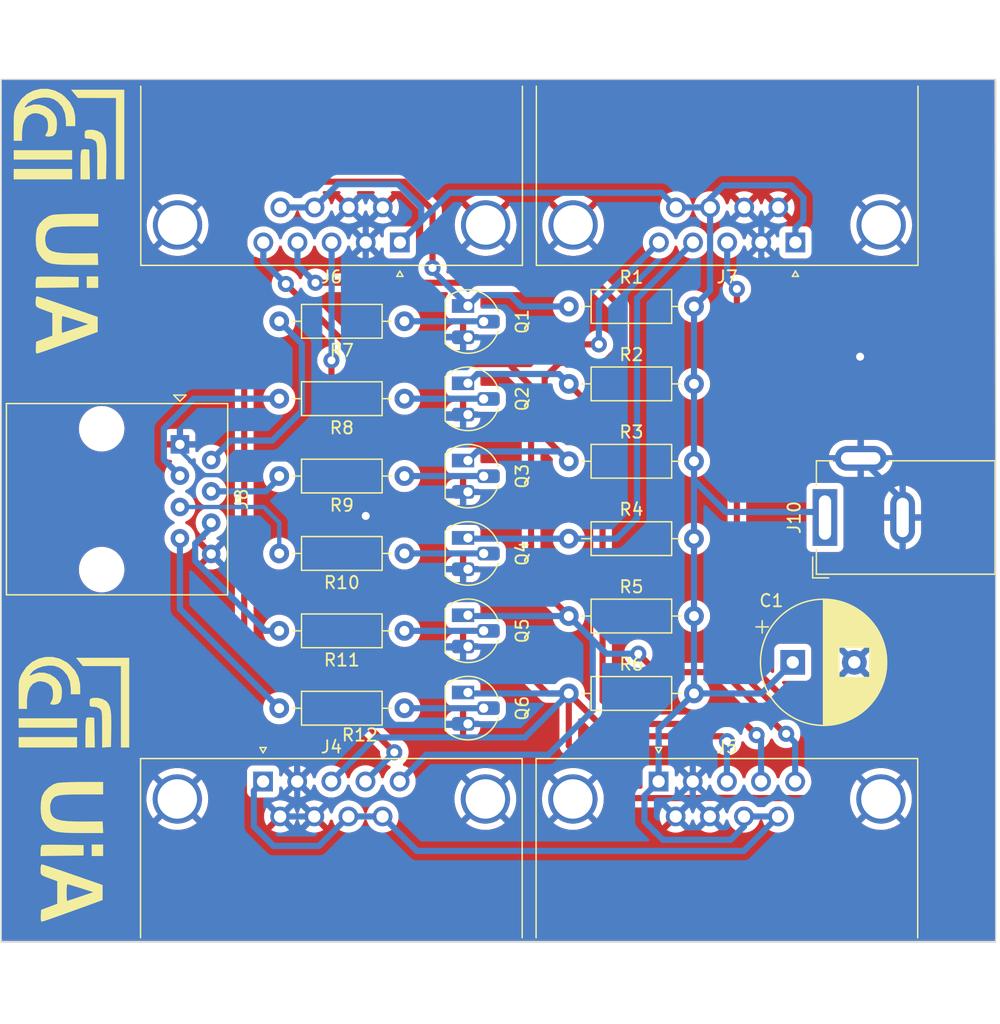
<source format=kicad_pcb>
(kicad_pcb (version 20240108) (generator "pcbnew") (generator_version "8.0")
  (layers (0 "F.Cu" signal) (31 "B.Cu" signal) (34 "B.Paste" user) (35 "F.Paste" user) (36 "B.SilkS" user "B.Silkscreen") (37 "F.SilkS" user "F.Silkscreen") (38 "B.Mask" user) (39 "F.Mask" user) (44 "Edge.Cuts" user))
  (net 0 "")
  (net 1 "VCC")
  (net 2 "GNDREF")
  (net 3 "/serData1")
  (net 4 "/serData2")
  (net 5 "/serData3")
  (net 6 "/serData4")
  (net 7 "/Clk")
  (net 8 "/Strobe")
  (net 9 "/sStrobe")
  (net 10 "/ssd1")
  (net 11 "/sClk")
  (net 12 "/ssd2")
  (net 13 "/ssd3")
  (net 14 "/ssd4")
  (net 15 "Net-(Q1-B)")
  (net 16 "Net-(Q2-B)")
  (net 17 "Net-(Q3-B)")
  (net 18 "Net-(Q4-B)")
  (net 19 "Net-(Q5-B)")
  (net 20 "Net-(Q6-B)")
  (footprint "Connector_Dsub:DSUB-9_Male_Horizontal_P2.77x2.84mm_EdgePinOffset9.90mm_Housed_MountingHolesOffset11.32mm" (layer "F.Cu") (at 125.05 78.530331 180)
    (property "Reference" "J6" (at 5.54 -2.8 0) (layer "F.SilkS"))
    (property "Value" "DB9_Male_MountingHoles" (hide yes))
    (pad "0" thru_hole circle (at -6.96 1.42 180) (size 4 4) (drill 3.2) (layers "*.Cu" "*.Mask") (net 2 "GNDREF"))
    (pad "0" thru_hole circle (at 18.04 1.42 180) (size 4 4) (drill 3.2) (layers "*.Cu" "*.Mask") (net 2 "GNDREF"))
    (pad "1" thru_hole rect (at 0 0 180) (size 1.6 1.6) (drill 1) (layers "*.Cu" "*.Mask") (net 1 "VCC"))
    (pad "2" thru_hole circle (at 2.77 0 180) (size 1.6 1.6) (drill 1) (layers "*.Cu" "*.Mask") (net 2 "GNDREF"))
    (pad "3" thru_hole circle (at 5.54 0 180) (size 1.6 1.6) (drill 1) (layers "*.Cu" "*.Mask") (net 9 "/sStrobe"))
    (pad "4" thru_hole circle (at 8.31 0 180) (size 1.6 1.6) (drill 1) (layers "*.Cu" "*.Mask") (net 13 "/ssd3"))
    (pad "5" thru_hole circle (at 11.08 0 180) (size 1.6 1.6) (drill 1) (layers "*.Cu" "*.Mask") (net 11 "/sClk"))
    (pad "6" thru_hole circle (at 1.385 2.84 180) (size 1.6 1.6) (drill 1) (layers "*.Cu" "*.Mask") (net 2 "GNDREF"))
    (pad "7" thru_hole circle (at 4.155 2.84 180) (size 1.6 1.6) (drill 1) (layers "*.Cu" "*.Mask") (net 2 "GNDREF"))
    (pad "8" thru_hole circle (at 6.925 2.84 180) (size 1.6 1.6) (drill 1) (layers "*.Cu" "*.Mask") (net 1 "VCC"))
    (pad "9" thru_hole circle (at 9.695 2.84 180) (size 1.6 1.6) (drill 1) (layers "*.Cu" "*.Mask") (net 1 "VCC"))
  )
  (footprint "Package_TO_SOT_THT:TO-92_HandSolder" (layer "F.Cu") (at 130.58 83.682 -90)
    (property "Reference" "Q1" (at 1.27 -4.4 -90) (layer "F.SilkS"))
    (property "Value" "BC548")
    (pad "1" thru_hole rect (at 0 0 270) (size 1.1 1.8) (drill 0.75 (offset 0 0.4)) (layers "*.Cu" "*.Mask") (net 10 "/ssd1"))
    (pad "2" thru_hole roundrect (at 1.27 -1.27 270) (size 1.1 1.8) (drill 0.75 (offset 0 -0.4)) (layers "*.Cu" "*.Mask") (net 15 "Net-(Q1-B)"))
    (pad "3" thru_hole roundrect (at 2.54 0 270) (size 1.1 1.8) (drill 0.75 (offset 0 0.4)) (layers "*.Cu" "*.Mask") (net 2 "GNDREF"))
  )
  (footprint "Connector_Dsub:DSUB-9_Male_Horizontal_P2.77x2.84mm_EdgePinOffset9.90mm_Housed_MountingHolesOffset11.32mm" (layer "F.Cu") (at 157.15 78.530331 180)
    (property "Reference" "J7" (at 5.54 -2.8 0) (layer "F.SilkS"))
    (property "Value" "DB9_Male_MountingHoles" (hide yes))
    (pad "0" thru_hole circle (at -6.96 1.42 180) (size 4 4) (drill 3.2) (layers "*.Cu" "*.Mask") (net 2 "GNDREF"))
    (pad "0" thru_hole circle (at 18.04 1.42 180) (size 4 4) (drill 3.2) (layers "*.Cu" "*.Mask") (net 2 "GNDREF"))
    (pad "1" thru_hole rect (at 0 0 180) (size 1.6 1.6) (drill 1) (layers "*.Cu" "*.Mask") (net 1 "VCC"))
    (pad "2" thru_hole circle (at 2.77 0 180) (size 1.6 1.6) (drill 1) (layers "*.Cu" "*.Mask") (net 2 "GNDREF"))
    (pad "3" thru_hole circle (at 5.54 0 180) (size 1.6 1.6) (drill 1) (layers "*.Cu" "*.Mask") (net 9 "/sStrobe"))
    (pad "4" thru_hole circle (at 8.31 0 180) (size 1.6 1.6) (drill 1) (layers "*.Cu" "*.Mask") (net 14 "/ssd4"))
    (pad "5" thru_hole circle (at 11.08 0 180) (size 1.6 1.6) (drill 1) (layers "*.Cu" "*.Mask") (net 11 "/sClk"))
    (pad "6" thru_hole circle (at 1.385 2.84 180) (size 1.6 1.6) (drill 1) (layers "*.Cu" "*.Mask") (net 2 "GNDREF"))
    (pad "7" thru_hole circle (at 4.155 2.84 180) (size 1.6 1.6) (drill 1) (layers "*.Cu" "*.Mask") (net 2 "GNDREF"))
    (pad "8" thru_hole circle (at 6.925 2.84 180) (size 1.6 1.6) (drill 1) (layers "*.Cu" "*.Mask") (net 1 "VCC"))
    (pad "9" thru_hole circle (at 9.695 2.84 180) (size 1.6 1.6) (drill 1) (layers "*.Cu" "*.Mask") (net 1 "VCC"))
  )
  (footprint "Connector_BarrelJack:BarrelJack_GCT_DCJ200-10-A_Horizontal" (layer "F.Cu") (at 159.55 100.85 90)
    (property "Reference" "J10" (at 0 -2.5 90) (layer "F.SilkS"))
    (property "Value" "Barrel_Jack_Switch" (hide yes))
    (pad "1" thru_hole rect (at 0 0 90) (size 4.6 2) (drill oval 3.6 1) (layers "*.Cu" "*.Mask") (net 1 "VCC"))
    (pad "2" thru_hole oval (at 0 6.3 90) (size 4.2 2) (drill oval 3.2 1) (layers "*.Cu" "*.Mask") (net 2 "GNDREF"))
    (pad "3" thru_hole oval (at 4.8 2.9 90) (size 2 4.2) (drill oval 1 3.2) (layers "*.Cu" "*.Mask") (net 2 "GNDREF"))
  )
  (footprint "Package_TO_SOT_THT:TO-92_HandSolder" (layer "F.Cu") (at 130.58 108.778 -90)
    (property "Reference" "Q5" (at 1.27 -4.4 -90) (layer "F.SilkS"))
    (property "Value" "BC548")
    (pad "1" thru_hole rect (at 0 0 270) (size 1.1 1.8) (drill 0.75 (offset 0 0.4)) (layers "*.Cu" "*.Mask") (net 11 "/sClk"))
    (pad "2" thru_hole roundrect (at 1.27 -1.27 270) (size 1.1 1.8) (drill 0.75 (offset 0 -0.4)) (layers "*.Cu" "*.Mask") (net 19 "Net-(Q5-B)"))
    (pad "3" thru_hole roundrect (at 2.54 0 270) (size 1.1 1.8) (drill 0.75 (offset 0 0.4)) (layers "*.Cu" "*.Mask") (net 2 "GNDREF"))
  )
  (footprint "Capacitor_THT:CP_Radial_D10.0mm_P5.00mm" (layer "F.Cu") (at 156.932323 112.6)
    (property "Reference" "C1" (at -1.732323 -5 0) (layer "F.SilkS"))
    (property "Value" "C_Polarized")
    (pad "1" thru_hole rect (at 0 0) (size 2 2) (drill 1) (layers "*.Cu" "*.Mask") (net 1 "VCC"))
    (pad "2" thru_hole circle (at 5 0) (size 2 2) (drill 1) (layers "*.Cu" "*.Mask") (net 2 "GNDREF"))
  )
  (footprint "Resistor_THT:R_Axial_DIN0207_L6.3mm_D2.5mm_P10.16mm_Horizontal" (layer "F.Cu") (at 138.76 96.286)
    (property "Reference" "R3" (at 5.08 -2.37 0) (layer "F.SilkS"))
    (property "Value" "1k")
    (pad "1" thru_hole circle (at 0 0) (size 1.6 1.6) (drill 0.8) (layers "*.Cu" "*.Mask") (net 13 "/ssd3"))
    (pad "2" thru_hole oval (at 10.16 0) (size 1.6 1.6) (drill 0.8) (layers "*.Cu" "*.Mask") (net 1 "VCC"))
  )
  (footprint "Package_TO_SOT_THT:TO-92_HandSolder" (layer "F.Cu") (at 130.58 89.956 -90)
    (property "Reference" "Q2" (at 1.27 -4.4 -90) (layer "F.SilkS"))
    (property "Value" "BC548")
    (pad "1" thru_hole rect (at 0 0 270) (size 1.1 1.8) (drill 0.75 (offset 0 0.4)) (layers "*.Cu" "*.Mask") (net 12 "/ssd2"))
    (pad "2" thru_hole roundrect (at 1.27 -1.27 270) (size 1.1 1.8) (drill 0.75 (offset 0 -0.4)) (layers "*.Cu" "*.Mask") (net 16 "Net-(Q2-B)"))
    (pad "3" thru_hole roundrect (at 2.54 0 270) (size 1.1 1.8) (drill 0.75 (offset 0 0.4)) (layers "*.Cu" "*.Mask") (net 2 "GNDREF"))
  )
  (footprint "Connector_RJ:RJ45_Amphenol_54602-x08_Horizontal" (layer "F.Cu") (at 107.2 94.9175 -90)
    (property "Reference" "J8" (at 4.445 -5 90) (layer "F.SilkS"))
    (property "Value" "8P8C")
    (pad "" np_thru_hole circle (at -1.27 6.35 270) (size 3.2 3.2) (drill 3.2) (layers "*.Cu" "*.Mask"))
    (pad "" np_thru_hole circle (at 10.16 6.35 270) (size 3.2 3.2) (drill 3.2) (layers "*.Cu" "*.Mask"))
    (pad "1" thru_hole rect (at 0 0 270) (size 1.5 1.5) (drill 0.76) (layers "*.Cu" "*.Mask") (net 2 "GNDREF"))
    (pad "2" thru_hole circle (at 1.27 -2.54 270) (size 1.5 1.5) (drill 0.76) (layers "*.Cu" "*.Mask") (net 3 "/serData1"))
    (pad "3" thru_hole circle (at 2.54 0 270) (size 1.5 1.5) (drill 0.76) (layers "*.Cu" "*.Mask") (net 4 "/serData2"))
    (pad "4" thru_hole circle (at 3.81 -2.54 270) (size 1.5 1.5) (drill 0.76) (layers "*.Cu" "*.Mask") (net 5 "/serData3"))
    (pad "5" thru_hole circle (at 5.08 0 270) (size 1.5 1.5) (drill 0.76) (layers "*.Cu" "*.Mask") (net 6 "/serData4"))
    (pad "6" thru_hole circle (at 6.35 -2.54 270) (size 1.5 1.5) (drill 0.76) (layers "*.Cu" "*.Mask") (net 7 "/Clk"))
    (pad "7" thru_hole circle (at 7.62 0 270) (size 1.5 1.5) (drill 0.76) (layers "*.Cu" "*.Mask") (net 8 "/Strobe"))
    (pad "8" thru_hole circle (at 8.89 -2.54 270) (size 1.5 1.5) (drill 0.76) (layers "*.Cu" "*.Mask") (net 2 "GNDREF"))
  )
  (footprint "Package_TO_SOT_THT:TO-92_HandSolder" (layer "F.Cu") (at 130.58 102.504 -90)
    (property "Reference" "Q4" (at 1.27 -4.4 -90) (layer "F.SilkS"))
    (property "Value" "BC548")
    (pad "1" thru_hole rect (at 0 0 270) (size 1.1 1.8) (drill 0.75 (offset 0 0.4)) (layers "*.Cu" "*.Mask") (net 14 "/ssd4"))
    (pad "2" thru_hole roundrect (at 1.27 -1.27 270) (size 1.1 1.8) (drill 0.75 (offset 0 -0.4)) (layers "*.Cu" "*.Mask") (net 18 "Net-(Q4-B)"))
    (pad "3" thru_hole roundrect (at 2.54 0 270) (size 1.1 1.8) (drill 0.75 (offset 0 0.4)) (layers "*.Cu" "*.Mask") (net 2 "GNDREF"))
  )
  (footprint "Resistor_THT:R_Axial_DIN0207_L6.3mm_D2.5mm_P10.16mm_Horizontal" (layer "F.Cu") (at 125.42 97.486 180)
    (property "Reference" "R9" (at 5.08 -2.37 180) (layer "F.SilkS"))
    (property "Value" "4.7k")
    (pad "1" thru_hole circle (at 0 0 180) (size 1.6 1.6) (drill 0.8) (layers "*.Cu" "*.Mask") (net 17 "Net-(Q3-B)"))
    (pad "2" thru_hole oval (at 10.16 0 180) (size 1.6 1.6) (drill 0.8) (layers "*.Cu" "*.Mask") (net 5 "/serData3"))
  )
  (footprint "Resistor_THT:R_Axial_DIN0207_L6.3mm_D2.5mm_P10.16mm_Horizontal" (layer "F.Cu") (at 138.76 83.726)
    (property "Reference" "R1" (at 5.08 -2.37 0) (layer "F.SilkS"))
    (property "Value" "1k")
    (pad "1" thru_hole circle (at 0 0) (size 1.6 1.6) (drill 0.8) (layers "*.Cu" "*.Mask") (net 10 "/ssd1"))
    (pad "2" thru_hole oval (at 10.16 0) (size 1.6 1.6) (drill 0.8) (layers "*.Cu" "*.Mask") (net 1 "VCC"))
  )
  (footprint "Resistor_THT:R_Axial_DIN0207_L6.3mm_D2.5mm_P10.16mm_Horizontal" (layer "F.Cu") (at 138.76 90.006)
    (property "Reference" "R2" (at 5.08 -2.37 0) (layer "F.SilkS"))
    (property "Value" "1k")
    (pad "1" thru_hole circle (at 0 0) (size 1.6 1.6) (drill 0.8) (layers "*.Cu" "*.Mask") (net 12 "/ssd2"))
    (pad "2" thru_hole oval (at 10.16 0) (size 1.6 1.6) (drill 0.8) (layers "*.Cu" "*.Mask") (net 1 "VCC"))
  )
  (footprint "Connector_Dsub:DSUB-9_Male_Horizontal_P2.77x2.84mm_EdgePinOffset9.90mm_Housed_MountingHolesOffset11.32mm" (layer "F.Cu") (at 113.95 122.269669)
    (property "Reference" "J4" (at 5.54 -2.8 0) (layer "F.SilkS"))
    (property "Value" "DB9_Male_MountingHoles" (hide yes))
    (pad "0" thru_hole circle (at -6.96 1.42) (size 4 4) (drill 3.2) (layers "*.Cu" "*.Mask") (net 2 "GNDREF"))
    (pad "0" thru_hole circle (at 18.04 1.42) (size 4 4) (drill 3.2) (layers "*.Cu" "*.Mask") (net 2 "GNDREF"))
    (pad "1" thru_hole rect (at 0 0) (size 1.6 1.6) (drill 1) (layers "*.Cu" "*.Mask") (net 1 "VCC"))
    (pad "2" thru_hole circle (at 2.77 0) (size 1.6 1.6) (drill 1) (layers "*.Cu" "*.Mask") (net 2 "GNDREF"))
    (pad "3" thru_hole circle (at 5.54 0) (size 1.6 1.6) (drill 1) (layers "*.Cu" "*.Mask") (net 9 "/sStrobe"))
    (pad "4" thru_hole circle (at 8.31 0) (size 1.6 1.6) (drill 1) (layers "*.Cu" "*.Mask") (net 10 "/ssd1"))
    (pad "5" thru_hole circle (at 11.08 0) (size 1.6 1.6) (drill 1) (layers "*.Cu" "*.Mask") (net 11 "/sClk"))
    (pad "6" thru_hole circle (at 1.385 2.84) (size 1.6 1.6) (drill 1) (layers "*.Cu" "*.Mask") (net 2 "GNDREF"))
    (pad "7" thru_hole circle (at 4.155 2.84) (size 1.6 1.6) (drill 1) (layers "*.Cu" "*.Mask") (net 2 "GNDREF"))
    (pad "8" thru_hole circle (at 6.925 2.84) (size 1.6 1.6) (drill 1) (layers "*.Cu" "*.Mask") (net 1 "VCC"))
    (pad "9" thru_hole circle (at 9.695 2.84) (size 1.6 1.6) (drill 1) (layers "*.Cu" "*.Mask") (net 1 "VCC"))
  )
  (footprint "Resistor_THT:R_Axial_DIN0207_L6.3mm_D2.5mm_P10.16mm_Horizontal" (layer "F.Cu") (at 125.42 91.206 180)
    (property "Reference" "R8" (at 5.08 -2.37 180) (layer "F.SilkS"))
    (property "Value" "4.7k")
    (pad "1" thru_hole circle (at 0 0 180) (size 1.6 1.6) (drill 0.8) (layers "*.Cu" "*.Mask") (net 16 "Net-(Q2-B)"))
    (pad "2" thru_hole oval (at 10.16 0 180) (size 1.6 1.6) (drill 0.8) (layers "*.Cu" "*.Mask") (net 4 "/serData2"))
  )
  (footprint "Resistor_THT:R_Axial_DIN0207_L6.3mm_D2.5mm_P10.16mm_Horizontal" (layer "F.Cu") (at 138.76 102.566)
    (property "Reference" "R4" (at 5.08 -2.37 0) (layer "F.SilkS"))
    (property "Value" "1k")
    (pad "1" thru_hole circle (at 0 0) (size 1.6 1.6) (drill 0.8) (layers "*.Cu" "*.Mask") (net 14 "/ssd4"))
    (pad "2" thru_hole oval (at 10.16 0) (size 1.6 1.6) (drill 0.8) (layers "*.Cu" "*.Mask") (net 1 "VCC"))
  )
  (footprint "uia-logo:uiaLogo" (layer "F.Cu") (at 98.6 122.9 -90)
    (property "Reference" "G***" (hide yes))
    (property "Value" "LOGO" (hide yes))
  )
  (footprint "Package_TO_SOT_THT:TO-92_HandSolder" (layer "F.Cu") (at 130.58 115.052 -90)
    (property "Reference" "Q6" (at 1.27 -4.4 -90) (layer "F.SilkS"))
    (property "Value" "BC548")
    (pad "1" thru_hole rect (at 0 0 270) (size 1.1 1.8) (drill 0.75 (offset 0 0.4)) (layers "*.Cu" "*.Mask") (net 9 "/sStrobe"))
    (pad "2" thru_hole roundrect (at 1.27 -1.27 270) (size 1.1 1.8) (drill 0.75 (offset 0 -0.4)) (layers "*.Cu" "*.Mask") (net 20 "Net-(Q6-B)"))
    (pad "3" thru_hole roundrect (at 2.54 0 270) (size 1.1 1.8) (drill 0.75 (offset 0 0.4)) (layers "*.Cu" "*.Mask") (net 2 "GNDREF"))
  )
  (footprint "Resistor_THT:R_Axial_DIN0207_L6.3mm_D2.5mm_P10.16mm_Horizontal" (layer "F.Cu") (at 125.42 103.766 180)
    (property "Reference" "R10" (at 5.08 -2.37 180) (layer "F.SilkS"))
    (property "Value" "4.7k")
    (pad "1" thru_hole circle (at 0 0 180) (size 1.6 1.6) (drill 0.8) (layers "*.Cu" "*.Mask") (net 18 "Net-(Q4-B)"))
    (pad "2" thru_hole oval (at 10.16 0 180) (size 1.6 1.6) (drill 0.8) (layers "*.Cu" "*.Mask") (net 6 "/serData4"))
  )
  (footprint "Resistor_THT:R_Axial_DIN0207_L6.3mm_D2.5mm_P10.16mm_Horizontal" (layer "F.Cu") (at 125.42 116.326 180)
    (property "Reference" "R12" (at 3.62 -2.174 180) (layer "F.SilkS"))
    (property "Value" "4.7k")
    (pad "1" thru_hole circle (at 0 0 180) (size 1.6 1.6) (drill 0.8) (layers "*.Cu" "*.Mask") (net 20 "Net-(Q6-B)"))
    (pad "2" thru_hole oval (at 10.16 0 180) (size 1.6 1.6) (drill 0.8) (layers "*.Cu" "*.Mask") (net 8 "/Strobe"))
  )
  (footprint "Resistor_THT:R_Axial_DIN0207_L6.3mm_D2.5mm_P10.16mm_Horizontal" (layer "F.Cu") (at 125.42 84.926 180)
    (property "Reference" "R7" (at 5.08 -2.37 180) (layer "F.SilkS"))
    (property "Value" "4.7k")
    (pad "1" thru_hole circle (at 0 0 180) (size 1.6 1.6) (drill 0.8) (layers "*.Cu" "*.Mask") (net 15 "Net-(Q1-B)"))
    (pad "2" thru_hole oval (at 10.16 0 180) (size 1.6 1.6) (drill 0.8) (layers "*.Cu" "*.Mask") (net 3 "/serData1"))
  )
  (footprint "Connector_Dsub:DSUB-9_Male_Horizontal_P2.77x2.84mm_EdgePinOffset9.90mm_Housed_MountingHolesOffset11.32mm" (layer "F.Cu") (at 146.05 122.269669)
    (property "Reference" "J5" (at 5.54 -2.8 0) (layer "F.SilkS"))
    (property "Value" "DB9_Male_MountingHoles" (hide yes))
    (pad "0" thru_hole circle (at -6.96 1.42) (size 4 4) (drill 3.2) (layers "*.Cu" "*.Mask") (net 2 "GNDREF"))
    (pad "0" thru_hole circle (at 18.04 1.42) (size 4 4) (drill 3.2) (layers "*.Cu" "*.Mask") (net 2 "GNDREF"))
    (pad "1" thru_hole rect (at 0 0) (size 1.6 1.6) (drill 1) (layers "*.Cu" "*.Mask") (net 1 "VCC"))
    (pad "2" thru_hole circle (at 2.77 0) (size 1.6 1.6) (drill 1) (layers "*.Cu" "*.Mask") (net 2 "GNDREF"))
    (pad "3" thru_hole circle (at 5.54 0) (size 1.6 1.6) (drill 1) (layers "*.Cu" "*.Mask") (net 9 "/sStrobe"))
    (pad "4" thru_hole circle (at 8.31 0) (size 1.6 1.6) (drill 1) (layers "*.Cu" "*.Mask") (net 12 "/ssd2"))
    (pad "5" thru_hole circle (at 11.08 0) (size 1.6 1.6) (drill 1) (layers "*.Cu" "*.Mask") (net 11 "/sClk"))
    (pad "6" thru_hole circle (at 1.385 2.84) (size 1.6 1.6) (drill 1) (layers "*.Cu" "*.Mask") (net 2 "GNDREF"))
    (pad "7" thru_hole circle (at 4.155 2.84) (size 1.6 1.6) (drill 1) (layers "*.Cu" "*.Mask") (net 2 "GNDREF"))
    (pad "8" thru_hole circle (at 6.925 2.84) (size 1.6 1.6) (drill 1) (layers "*.Cu" "*.Mask") (net 1 "VCC"))
    (pad "9" thru_hole circle (at 9.695 2.84) (size 1.6 1.6) (drill 1) (layers "*.Cu" "*.Mask") (net 1 "VCC"))
  )
  (footprint "Resistor_THT:R_Axial_DIN0207_L6.3mm_D2.5mm_P10.16mm_Horizontal" (layer "F.Cu") (at 138.76 115.126)
    (property "Reference" "R6" (at 5.08 -2.37 0) (layer "F.SilkS"))
    (property "Value" "1k")
    (pad "1" thru_hole circle (at 0 0) (size 1.6 1.6) (drill 0.8) (layers "*.Cu" "*.Mask") (net 9 "/sStrobe"))
    (pad "2" thru_hole oval (at 10.16 0) (size 1.6 1.6) (drill 0.8) (layers "*.Cu" "*.Mask") (net 1 "VCC"))
  )
  (footprint "Resistor_THT:R_Axial_DIN0207_L6.3mm_D2.5mm_P10.16mm_Horizontal" (layer "F.Cu") (at 138.76 108.846)
    (property "Reference" "R5" (at 5.08 -2.37 0) (layer "F.SilkS"))
    (property "Value" "1k")
    (pad "1" thru_hole circle (at 0 0) (size 1.6 1.6) (drill 0.8) (layers "*.Cu" "*.Mask") (net 11 "/sClk"))
    (pad "2" thru_hole oval (at 10.16 0) (size 1.6 1.6) (drill 0.8) (layers "*.Cu" "*.Mask") (net 1 "VCC"))
  )
  (footprint "uia-logo:uiaLogo" (layer "F.Cu") (at 98.2 76.8 -90)
    (property "Reference" "G***" (hide yes))
    (property "Value" "LOGO" (hide yes))
  )
  (footprint "Resistor_THT:R_Axial_DIN0207_L6.3mm_D2.5mm_P10.16mm_Horizontal" (layer "F.Cu") (at 125.42 110.046 180)
    (property "Reference" "R11" (at 5.08 -2.37 180) (layer "F.SilkS"))
    (property "Value" "4.7k")
    (pad "1" thru_hole circle (at 0 0 180) (size 1.6 1.6) (drill 0.8) (layers "*.Cu" "*.Mask") (net 19 "Net-(Q5-B)"))
    (pad "2" thru_hole oval (at 10.16 0 180) (size 1.6 1.6) (drill 0.8) (layers "*.Cu" "*.Mask") (net 7 "/Clk"))
  )
  (footprint "Package_TO_SOT_THT:TO-92_HandSolder" (layer "F.Cu") (at 130.58 96.23 -90)
    (property "Reference" "Q3" (at 1.27 -4.4 -90) (layer "F.SilkS"))
    (property "Value" "BC548")
    (pad "1" thru_hole rect (at 0 0 270) (size 1.1 1.8) (drill 0.75 (offset 0 0.4)) (layers "*.Cu" "*.Mask") (net 13 "/ssd3"))
    (pad "2" thru_hole roundrect (at 1.27 -1.27 270) (size 1.1 1.8) (drill 0.75 (offset 0 -0.4)) (layers "*.Cu" "*.Mask") (net 17 "Net-(Q3-B)"))
    (pad "3" thru_hole roundrect (at 2.54 0 270) (size 1.1 1.8) (drill 0.75 (offset 0 0.4)) (layers "*.Cu" "*.Mask") (net 2 "GNDREF"))
  )
  (gr_rect (start 92.7 65.3) (end 173.4 135.3) (stroke (width 0.1)) (fill none) (layer "Edge.Cuts"))
  (segment (start 159.15 98.95) (end 159.15 100.35) (width 0.5) (layer "F.Cu") (net 1))
  (segment (start 148.9 97.8) (end 148.92 97.78) (width 0.5) (layer "B.Cu") (net 1))
  (segment (start 118.125 75.690331) (end 120.015331 73.8) (width 0.5) (layer "B.Cu") (net 1))
  (segment (start 148.92 115.126) (end 154.406323 115.126) (width 0.5) (layer "B.Cu") (net 1))
  (segment (start 126.790165 76.790165) (end 125.05 78.530331) (width 0.5) (layer "B.Cu") (net 1))
  (segment (start 157.8 74.9) (end 156.8 73.9) (width 0.5) (layer "B.Cu") (net 1))
  (segment (start 152.975 125.925) (end 151.9 127) (width 0.5) (layer "B.Cu") (net 1))
  (segment (start 157.8 76.7) (end 157.8 74.9) (width 0.5) (layer "B.Cu") (net 1))
  (segment (start 118.484669 127.5) (end 120.875 125.109669) (width 0.5) (layer "B.Cu") (net 1))
  (segment (start 155.745 125.109669) (end 152.975 125.109669) (width 0.5) (layer "B.Cu") (net 1))
  (segment (start 148.92 83.726) (end 150.225 82.421) (width 0.5) (layer "B.Cu") (net 1))
  (segment (start 147.455 75.690331) (end 146.264669 74.5) (width 0.5) (layer "B.Cu") (net 1))
  (segment (start 159.15 98.95) (end 159.15 100.35) (width 0.5) (layer "B.Cu") (net 1))
  (segment (start 144.9 123.419669) (end 146.05 122.269669) (width 0.5) (layer "B.Cu") (net 1))
  (segment (start 156.8 73.9) (end 151.3 73.9) (width 0.5) (layer "B.Cu") (net 1))
  (segment (start 154.406323 115.126) (end 156.932323 112.6) (width 0.5) (layer "B.Cu") (net 1))
  (segment (start 126.435331 127.9) (end 152.954669 127.9) (width 0.5) (layer "B.Cu") (net 1))
  (segment (start 114.8 127.5) (end 118.484669 127.5) (width 0.5) (layer "B.Cu") (net 1))
  (segment (start 148.92 102.566) (end 148.92 96.286) (width 0.5) (layer "B.Cu") (net 1))
  (segment (start 124.9 73.8) (end 126.790165 75.690165) (width 0.5) (layer "B.Cu") (net 1))
  (segment (start 151.9 127) (end 146.4 127) (width 0.5) (layer "B.Cu") (net 1))
  (segment (start 144.9 125.5) (end 144.9 123.419669) (width 0.5) (layer "B.Cu") (net 1))
  (segment (start 146.4 127) (end 144.9 125.5) (width 0.5) (layer "B.Cu") (net 1))
  (segment (start 148.92 97.78) (end 148.92 96.286) (width 0.5) (layer "B.Cu") (net 1))
  (segment (start 120.015331 73.8) (end 124.9 73.8) (width 0.5) (layer "B.Cu") (net 1))
  (segment (start 151.5 100.4) (end 148.9 97.8) (width 0.5) (layer "B.Cu") (net 1))
  (segment (start 120.875 125.109669) (end 123.645 125.109669) (width 0.5) (layer "B.Cu") (net 1))
  (segment (start 150.225 82.421) (end 150.225 75.690331) (width 0.5) (layer "B.Cu") (net 1))
  (segment (start 148.92 108.846) (end 148.92 115.126) (width 0.5) (layer "B.Cu") (net 1))
  (segment (start 159.1 100.4) (end 151.5 100.4) (width 0.5) (layer "B.Cu") (net 1))
  (segment (start 146.05 117.996) (end 148.92 115.126) (width 0.5) (layer "B.Cu") (net 1))
  (segment (start 148.92 90.006) (end 148.92 96.286) (width 0.5) (layer "B.Cu") (net 1))
  (segment (start 159.55 100.85) (end 159.1 100.4) (width 0.5) (layer "B.Cu") (net 1))
  (segment (start 157.15 78.530331) (end 157.15 77.35) (width 0.5) (layer "B.Cu") (net 1))
  (segment (start 129.08033 74.5) (end 126.790165 76.790165) (width 0.5) (layer "B.Cu") (net 1))
  (segment (start 157.15 77.35) (end 157.8 76.7) (width 0.5) (layer "B.Cu") (net 1))
  (segment (start 150.225 74.975) (end 150.225 75.690331) (width 0.5) (layer "B.Cu") (net 1))
  (segment (start 113.2 125.9) (end 114.8 127.5) (width 0.5) (layer "B.Cu") (net 1))
  (segment (start 126.790165 75.690165) (end 126.790165 76.790165) (width 0.5) (layer "B.Cu") (net 1))
  (segment (start 150.225 75.690331) (end 147.455 75.690331) (width 0.5) (layer "B.Cu") (net 1))
  (segment (start 123.645 125.109669) (end 126.435331 127.9) (width 0.5) (layer "B.Cu") (net 1))
  (segment (start 115.355 75.690331) (end 118.125 75.690331) (width 0.5) (layer "B.Cu") (net 1))
  (segment (start 148.92 102.566) (end 148.92 108.846) (width 0.5) (layer "B.Cu") (net 1))
  (segment (start 113.95 122.269669) (end 113.2 123.019669) (width 0.5) (layer "B.Cu") (net 1))
  (segment (start 146.264669 74.5) (end 129.08033 74.5) (width 0.5) (layer "B.Cu") (net 1))
  (segment (start 146.05 122.269669) (end 146.05 117.996) (width 0.5) (layer "B.Cu") (net 1))
  (segment (start 113.2 123.019669) (end 113.2 125.9) (width 0.5) (layer "B.Cu") (net 1))
  (segment (start 148.92 83.726) (end 148.92 90.006) (width 0.5) (layer "B.Cu") (net 1))
  (segment (start 151.3 73.9) (end 150.225 74.975) (width 0.5) (layer "B.Cu") (net 1))
  (segment (start 152.975 125.109669) (end 152.975 125.925) (width 0.5) (layer "B.Cu") (net 1))
  (segment (start 152.954669 127.9) (end 155.745 125.109669) (width 0.5) (layer "B.Cu") (net 1))
  (via (at 162.4 87.8) (size 1.3) (drill 0.65) (layers "F.Cu" "B.Cu") (net 2))
  (via (at 122.28 100.72) (size 1.3) (drill 0.65) (layers "F.Cu" "B.Cu") (net 2))
  (segment (start 115.335 125.109669) (end 118.105 125.109669) (width 0.5) (layer "B.Cu") (net 2))
  (segment (start 130.58 117.592) (end 130.496489 117.675511) (width 0.5) (layer "B.Cu") (net 2))
  (segment (start 124.77817 99.035511) (end 122.28 96.537341) (width 0.5) (layer "B.Cu") (net 2))
  (segment (start 109.74 103.8075) (end 111.0485 105.116) (width 0.5) (layer "B.Cu") (net 2))
  (segment (start 127.404 86.196) (end 130.554 86.196) (width 0.5) (layer "B.Cu") (net 2))
  (segment (start 127.116 105.044) (end 122.28 109.88) (width 0.5) (layer "B.Cu") (net 2))
  (segment (start 162.45 96.05) (end 165.85 99.45) (width 0.5) (layer "B.Cu") (net 2))
  (segment (start 127.404 86.196) (end 127.43 86.222) (width 0.5) (layer "B.Cu") (net 2))
  (segment (start 162.45 87.85) (end 162.45 96.05) (width 0.5) (layer "B.Cu") (net 2))
  (segment (start 116.72 120.52) (end 116.72 122.269669) (width 0.5) (layer "B.Cu") (net 2))
  (segment (start 149.9 116.4) (end 148.82 117.48) (width 0.5) (layer "B.Cu") (net 2))
  (segment (start 122.28 102.393076) (end 122.28 100.72) (width 0.5) (layer "B.Cu") (net 2))
  (segment (start 130.314489 99.035511) (end 124.77817 99.035511) (width 0.5) (layer "B.Cu") (net 2))
  (segment (start 130.502489 111.395511) (end 127.604489 111.395511) (width 0.5) (layer "B.Cu") (net 2))
  (segment (start 124.1 87.2) (end 122.28 85.38) (width 0.5) (layer "B.Cu") (net 2))
  (segment (start 122.28 78.530331) (end 122.28 77.075331) (width 0.5) (layer "B.Cu") (net 2))
  (segment (start 154.607665 76.847666) (end 154.152334 76.847666) (width 0.5) (layer "B.Cu") (net 2))
  (segment (start 122.28 85.38) (end 122.28 85.22) (width 0.5) (layer "B.Cu") (net 2))
  (segment (start 130.496489 117.675511) (end 123.875511 117.675511) (width 0.5) (layer "B.Cu") (net 2))
  (segment (start 130.320489 92.755511) (end 130.58 92.496) (width 0.5) (layer "B.Cu") (net 2))
  (segment (start 154.38 78.530331) (end 154.38 79.78) (width 0.5) (layer "B.Cu") (net 2))
  (segment (start 165.85 99.45) (end 165.85 100.85) (width 0.5) (layer "B.Cu") (net 2))
  (segment (start 117.696 96.136) (end 113.664 96.136) (width 0.35) (layer "B.Cu") (net 2))
  (segment (start 122.28 100.72) (end 117.696 96.136) (width 0.35) (layer "B.Cu") (net 2))
  (segment (start 122.28 108.673076) (end 122.28 101.72) (width 0.5) (layer "B.Cu") (net 2))
  (segment (start 130.58 111.318) (end 130.502489 111.395511) (width 0.5) (layer "B.Cu") (net 2))
  (segment (start 154.38 79.78) (end 162.4 87.8) (width 0.5) (layer "B.Cu") (net 2))
  (segment (start 122.28 90.92) (end 124.115511 92.755511) (width 0.5) (layer "B.Cu") (net 2))
  (segment (start 122.28 77.075331) (end 122.627665 76.727665) (width 0.5) (layer "B.Cu") (net 2))
  (segment (start 127.404 86.196) (end 126.4 87.2) (width 0.5) (layer "B.Cu") (net 2))
  (segment (start 120.895 75.690331) (end 121.932334 76.727665) (width 0.5) (layer "B.Cu") (net 2))
  (segment (start 116.72 123.724669) (end 115.335 125.109669) (width 0.5) (layer "B.Cu") (net 2))
  (segment (start 116.72 122.269669) (end 116.72 120.04) (width 0.5) (layer "B.Cu") (net 2))
  (segment (start 122.627665 76.727665) (end 123.665 75.690331) (width 0.5) (layer "B.Cu") (net 2))
  (segment (start 109.2125 97.4125) (end 107.2 95.4) (width 0.35) (layer "B.Cu") (net 2))
  (segment (start 130.58 98.77) (end 130.314489 99.035511) (width 0.5) (layer "B.Cu") (net 2))
  (segment (start 127.604489 111.395511) (end 124.32 114.68) (width 0.5) (layer "B.Cu") (net 2))
  (segment (start 107.2 95.4) (end 107.2 94.9175) (width 0.35) (layer "B.Cu") (net 2))
  (segment (start 121.932334 76.727665) (end 122.627665 76.727665) (width 0.5) (layer "B.Cu") (net 2))
  (segment (start 122.28 85.22) (end 122.28 78.530331) (width 0.5) (layer "B.Cu") (net 2))
  (segment (start 122.08 114.68) (end 122.28 114.48) (width 0.5) (layer "B.Cu") (net 2))
  (segment (start 113.664 96.136) (end 112.3875 97.4125) (width 0.35) (layer "B.Cu") (net 2))
  (segment (start 122.28 114.48) (end 122.28 109.88) (width 0.5) (layer "B.Cu") (net 2))
  (segment (start 148.82 117.48) (end 148.82 122.269669) (width 0.5) (layer "B.Cu") (net 2))
  (segment (start 154.152334 76.847666) (end 152.995 75.690331) (width 0.5) (layer "B.Cu") (net 2))
  (segment (start 148.82 122.269669) (end 148.82 123.724669) (width 0.5) (layer "B.Cu") (net 2))
  (segment (start 116.72 122.269669) (end 116.72 123.724669) (width 0.5) (layer "B.Cu") (net 2))
  (segment (start 148.82 123.724669) (end 147.435 125.109669) (width 0.5) (layer "B.Cu") (net 2))
  (segment (start 154.38 77.075331) (end 154.152334 76.847666) (width 0.5) (layer "B.Cu") (net 2))
  (segment (start 122.28 95.98) (end 122.28 90.92) (width 0.5) (layer "B.Cu") (net 2))
  (segment (start 122.28 90.92) (end 122.28 85.22) (width 0.5) (layer "B.Cu") (net 2))
  (segment (start 126.4 87.2) (end 124.1 87.2) (width 0.5) (layer "B.Cu") (net 2))
  (segment (start 154.38 78.530331) (end 154.38 77.075331) (width 0.5) (layer "B.Cu") (net 2))
  (segment (start 122.28 116.08) (end 122.28 114.48) (width 0.5) (layer "B.Cu") (net 2))
  (segment (start 122.28 96.537341) (end 122.28 95.98) (width 0.5) (layer "B.Cu") (net 2))
  (segment (start 116.72 120.04) (end 122.08 114.68) (width 0.5) (layer "B.Cu") (net 2))
  (segment (start 155.765 75.690331) (end 154.607665 76.847666) (width 0.5) (layer "B.Cu") (net 2))
  (segment (start 130.58 105.044) (end 127.116 105.044) (width 0.5) (layer "B.Cu") (net 2))
  (segment (start 158.132323 116.4) (end 149.9 116.4) (width 0.5) (layer "B.Cu") (net 2))
  (segment (start 111.0485 105.116) (end 112.516 105.116) (width 0.5) (layer "B.Cu") (net 2))
  (segment (start 161.932323 112.6) (end 158.132323 116.4) (width 0.5) (layer "B.Cu") (net 2))
  (segment (start 124.32 114.68) (end 122.08 114.68) (width 0.5) (layer "B.Cu") (net 2))
  (segment (start 122.28 109.88) (end 122.28 107.98) (width 0.5) (layer "B.Cu") (net 2))
  (segment (start 112.3875 97.4125) (end 109.2125 97.4125) (width 0.35) (layer "B.Cu") (net 2))
  (segment (start 148.82 123.724669) (end 150.205 125.109669) (width 0.5) (layer "B.Cu") (net 2))
  (segment (start 123.875511 117.675511) (end 122.28 116.08) (width 0.5) (layer "B.Cu") (net 2))
  (segment (start 124.115511 92.755511) (end 130.320489 92.755511) (width 0.5) (layer "B.Cu") (net 2))
  (segment (start 165.85 100.85) (end 165.85 108.682323) (width 0.5) (layer "B.Cu") (net 2))
  (segment (start 165.85 108.682323) (end 161.932323 112.6) (width 0.5) (layer "B.Cu") (net 2))
  (segment (start 122.28 100.72) (end 122.28 95.98) (width 0.5) (layer "B.Cu") (net 2))
  (segment (start 112.516 105.116) (end 122.08 114.68) (width 0.5) (layer "B.Cu") (net 2))
  (segment (start 162.4 87.8) (end 162.45 87.85) (width 0.5) (layer "B.Cu") (net 2))
  (segment (start 115.226 84.96) (end 115.26 84.926) (width 0.25) (layer "F.Cu") (net 3))
  (segment (start 115.26 84.926) (end 115.226 84.96) (width 0.5) (layer "B.Cu") (net 3))
  (segment (start 115.26 84.926) (end 117.1 86.766) (width 0.5) (layer "B.Cu") (net 3))
  (segment (start 117.1 86.766) (end 117.1 92.2) (width 0.5) (layer "B.Cu") (net 3))
  (segment (start 117.1 92.2) (end 114.7 94.6) (width 0.5) (layer "B.Cu") (net 3))
  (segment (start 111.3275 94.6) (end 109.74 96.1875) (width 0.5) (layer "B.Cu") (net 3))
  (segment (start 114.7 94.6) (end 111.3275 94.6) (width 0.5) (layer "B.Cu") (net 3))
  (segment (start 115.26 91.206) (end 108.3115 91.206) (width 0.5) (layer "B.Cu") (net 4))
  (segment (start 105.9 96.1575) (end 107.2 97.4575) (width 0.5) (layer "B.Cu") (net 4))
  (segment (start 108.3115 91.206) (end 105.9 93.6175) (width 0.5) (layer "B.Cu") (net 4))
  (segment (start 105.9 93.6175) (end 105.9 96.1575) (width 0.5) (layer "B.Cu") (net 4))
  (segment (start 115.26 97.64) (end 114.1725 98.7275) (width 0.5) (layer "B.Cu") (net 5))
  (segment (start 114.1725 98.7275) (end 109.74 98.7275) (width 0.5) (layer "B.Cu") (net 5))
  (segment (start 115.26 97.486) (end 115.26 97.64) (width 0.5) (layer "B.Cu") (net 5))
  (segment (start 113.9975 99.9975) (end 107.2 99.9975) (width 0.35) (layer "B.Cu") (net 6))
  (segment (start 115.26 101.26) (end 113.9975 99.9975) (width 0.35) (layer "B.Cu") (net 6))
  (segment (start 115.26 103.766) (end 115.26 101.26) (width 0.35) (layer "B.Cu") (net 6))
  (segment (start 108.44 102.96) (end 109.74 101.66) (width 0.5) (layer "B.Cu") (net 7))
  (segment (start 114.12863 110.046) (end 108.44 104.35737) (width 0.5) (layer "B.Cu") (net 7))
  (segment (start 109.74 101.66) (end 109.74 101.2675) (width 0.5) (layer "B.Cu") (net 7))
  (segment (start 115.26 110.046) (end 114.12863 110.046) (width 0.5) (layer "B.Cu") (net 7))
  (segment (start 108.44 104.35737) (end 108.44 102.96) (width 0.5) (layer "B.Cu") (net 7))
  (segment (start 107.2 108.266) (end 107.2 102.5375) (width 0.5) (layer "B.Cu") (net 8))
  (segment (start 115.26 116.326) (end 107.2 108.266) (width 0.5) (layer "B.Cu") (net 8))
  (segment (start 138.76 115.126) (end 137.026 115.126) (width 0.5) (layer "F.Cu") (net 9))
  (segment (start 142.234 118.6) (end 138.76 115.126) (width 0.5) (layer "F.Cu") (net 9))
  (segment (start 149.378987 123.61918) (end 149.398167 123.6) (width 0.5) (layer "F.Cu") (net 9))
  (segment (start 153.781833 123.6) (end 153.801013 123.61918) (width 0.5) (layer "F.Cu") (net 9))
  (segment (start 122.5 112.7) (end 119.5 109.7) (width 0.5) (layer "F.Cu") (net 9))
  (segment (start 124 112.7) (end 122.5 112.7) (width 0.5) (layer "F.Cu") (net 9))
  (segment (start 153.801013 123.61918) (end 158.38082 123.61918) (width 0.5) (layer "F.Cu") (net 9))
  (segment (start 151.2 118.6) (end 142.234 118.6) (width 0.5) (layer "F.Cu") (net 9))
  (segment (start 119.5 109.7) (end 119.5 88.1) (width 0.5) (layer "F.Cu") (net 9))
  (segment (start 138.76 115.126) (end 138.76 119.36) (width 0.5) (layer "F.Cu") (net 9))
  (segment (start 134.6 112.7) (end 124 112.7) (width 0.5) (layer "F.Cu") (net 9))
  (segment (start 135.3 113.4) (end 134.6 112.7) (width 0.5) (layer "F.Cu") (net 9))
  (segment (start 138.76 119.36) (end 143.01918 123.61918) (width 0.5) (layer "F.Cu") (net 9))
  (segment (start 159.6 118.9) (end 152.4 111.7) (width 0.5) (layer "F.Cu") (net 9))
  (segment (start 143.01918 123.61918) (end 149.378987 123.61918) (width 0.5) (layer "F.Cu") (net 9))
  (segment (start 138.66 115.026) (end 138.76 115.126) (width 0.5) (layer "F.Cu") (net 9))
  (segment (start 137.026 115.126) (end 135.3 113.4) (width 0.5) (layer "F.Cu") (net 9))
  (segment (start 158.38082 123.61918) (end 159.6 122.4) (width 0.5) (layer "F.Cu") (net 9))
  (segment (start 159.6 122.4) (end 159.6 118.9) (width 0.5) (layer "F.Cu") (net 9))
  (segment (start 152.4 111.7) (end 152.4 82.3) (width 0.5) (layer "F.Cu") (net 9))
  (segment (start 151.6 119) (end 151.2 118.6) (width 0.5) (layer "F.Cu") (net 9))
  (segment (start 149.398167 123.6) (end 153.781833 123.6) (width 0.5) (layer "F.Cu") (net 9))
  (via (at 151.6 119) (size 1.3) (drill 0.65) (layers "F.Cu" "B.Cu") (net 9))
  (via (at 152.4 82.3) (size 1.3) (drill 0.65) (layers "F.Cu" "B.Cu") (net 9))
  (via (at 119.5 88.1) (size 1.3) (drill 0.65) (layers "F.Cu" "B.Cu") (net 9))
  (segment (start 151.59 119.01) (end 151.59 122.269669) (width 0.5) (layer "B.Cu") (net 9))
  (segment (start 138.66 115.026) (end 138.76 115.126) (width 0.5) (layer "B.Cu") (net 9))
  (segment (start 119.51 88.09) (end 119.51 78.530331) (width 0.5) (layer "B.Cu") (net 9))
  (segment (start 119.5 88.1) (end 119.51 88.09) (width 0.5) (layer "B.Cu") (net 9))
  (segment (start 130.654 115.126) (end 138.76 115.126) (width 0.5) (layer "B.Cu") (net 9))
  (segment (start 119.49 122.269669) (end 123.059669 118.7) (width 0.5) (layer "B.Cu") (net 9))
  (segment (start 151.61 78.530331) (end 151.61 81.51) (width 0.5) (layer "B.Cu") (net 9))
  (segment (start 123.059669 118.7) (end 135.186 118.7) (width 0.5) (layer "B.Cu") (net 9))
  (segment (start 130.58 115.052) (end 130.654 115.126) (width 0.5) (layer "B.Cu") (net 9))
  (segment (start 135.186 118.7) (end 138.76 115.126) (width 0.5) (layer "B.Cu") (net 9))
  (segment (start 151.61 81.51) (end 152.4 82.3) (width 0.5) (layer "B.Cu") (net 9))
  (segment (start 151.6 119) (end 151.59 119.01) (width 0.5) (layer "B.Cu") (net 9))
  (segment (start 112.420489 110.720489) (end 112.420489 75.179511) (width 0.5) (layer "F.Cu") (net 10))
  (segment (start 138.69 83.656) (end 138.76 83.726) (width 0.5) (layer "F.Cu") (net 10))
  (segment (start 125.4 73.6) (end 127.7 75.9) (width 0.5) (layer "F.Cu") (net 10))
  (segment (start 114 73.6) (end 125.4 73.6) (width 0.5) (layer "F.Cu") (net 10))
  (segment (start 112.420489 75.179511) (end 114 73.6) (width 0.5) (layer "F.Cu") (net 10))
  (segment (start 117.1 112.4) (end 114.1 112.4) (width 0.5) (layer "F.Cu") (net 10))
  (segment (start 114.1 112.4) (end 112.420489 110.720489) (width 0.5) (layer "F.Cu") (net 10))
  (segment (start 127.7 75.9) (end 127.7 80.6) (width 0.5) (layer "F.Cu") (net 10))
  (segment (start 124.6 119.9) (end 117.1 112.4) (width 0.5) (layer "F.Cu") (net 10))
  (via (at 124.6 119.9) (size 1.3) (drill 0.65) (layers "F.Cu" "B.Cu") (net 10))
  (via (at 127.7 80.6) (size 1.3) (drill 0.65) (layers "F.Cu" "B.Cu") (net 10))
  (segment (start 127.7 80.802) (end 130.58 83.682) (width 0.5) (layer "B.Cu") (net 10))
  (segment (start 138.76 83.726) (end 134.926 83.726) (width 0.5) (layer "B.Cu") (net 10))
  (segment (start 127.7 80.6) (end 127.7 80.802) (width 0.5) (layer "B.Cu") (net 10))
  (segment (start 134.926 83.726) (end 134 82.8) (width 0.5) (layer "B.Cu") (net 10))
  (segment (start 134 82.8) (end 131.462 82.8) (width 0.5) (layer "B.Cu") (net 10))
  (segment (start 122.26 122.24) (end 124.6 119.9) (width 0.5) (layer "B.Cu") (net 10))
  (segment (start 122.26 122.269669) (end 122.26 122.24) (width 0.5) (layer "B.Cu") (net 10))
  (segment (start 131.462 82.8) (end 130.58 83.682) (width 0.5) (layer "B.Cu") (net 10))
  (segment (start 138.69 83.656) (end 138.76 83.726) (width 0.5) (layer "B.Cu") (net 10))
  (segment (start 134.1 88.6) (end 135.7 90.2) (width 0.5) (layer "F.Cu") (net 11))
  (segment (start 156.4 118.4) (end 156.301391 118.4) (width 0.5) (layer "F.Cu") (net 11))
  (segment (start 135.7 90.2) (end 135.7 105.786) (width 0.5) (layer "F.Cu") (net 11))
  (segment (start 115.8 81.9) (end 122.3 88.4) (width 0.5) (layer "F.Cu") (net 11))
  (segment (start 145.9 113.4) (end 144.4 111.9) (width 0.5) (layer "F.Cu") (net 11))
  (segment (start 156.301391 118.4) (end 151.301391 113.4) (width 0.5) (layer "F.Cu") (net 11))
  (segment (start 151.301391 113.4) (end 145.9 113.4) (width 0.5) (layer "F.Cu") (net 11))
  (segment (start 137.2 86.8) (end 141.2 86.8) (width 0.5) (layer "F.Cu") (net 11))
  (segment (start 135.7 105.786) (end 138.76 108.846) (width 0.5) (layer "F.Cu") (net 11))
  (segment (start 135.6 88.4) (end 137.2 86.8) (width 0.5) (layer "F.Cu") (net 11))
  (segment (start 122.3 88.4) (end 135.6 88.4) (width 0.5) (layer "F.Cu") (net 11))
  (via (at 156.4 118.4) (size 1.3) (drill 0.65) (layers "F.Cu" "B.Cu") (net 11))
  (via (at 141.2 86.8) (size 1.3) (drill 0.65) (layers "F.Cu" "B.Cu") (net 11))
  (via (at 144.4 111.9) (size 1.3) (drill 0.65) (layers "F.Cu" "B.Cu") (net 11))
  (via (at 115.8 81.9) (size 1.3) (drill 0.65) (layers "F.Cu" "B.Cu") (net 11))
  (segment (start 140.7 110.786) (end 139.357 109.443) (width 0.5) (layer "B.Cu") (net 11))
  (segment (start 127.199669 120.1) (end 137.1 120.1) (width 0.5) (layer "B.Cu") (net 11))
  (segment (start 156.4 118.4) (end 157.13 119.13) (width 0.5) (layer "B.Cu") (net 11))
  (segment (start 113.97 78.530331) (end 113.97 80.07) (width 0.5) (layer "B.Cu") (net 11))
  (segment (start 140.7 116.5) (end 140.7 110.786) (width 0.5) (layer "B.Cu") (net 11))
  (segment (start 125.03 122.269669) (end 127.199669 120.1) (width 0.5) (layer "B.Cu") (net 11))
  (segment (start 141.814 111.9) (end 139.357 109.443) (width 0.5) (layer "B.Cu") (net 11))
  (segment (start 139.357 109.443) (end 138.76 108.846) (width 0.5) (layer "B.Cu") (net 11))
  (segment (start 157.13 119.13) (end 157.13 122.269669) (width 0.5) (layer "B.Cu") (net 11))
  (segment (start 130.648 108.846) (end 138.76 108.846) (width 0.5) (layer "B.Cu") (net 11))
  (segment (start 137.1 120.1) (end 140.7 116.5) (width 0.5) (layer "B.Cu") (net 11))
  (segment (start 138.666 108.752) (end 138.76 108.846) (width 0.5) (layer "B.Cu") (net 11))
  (segment (start 113.97 80.07) (end 115.8 81.9) (width 0.5) (layer "B.Cu") (net 11))
  (segment (start 144.4 111.9) (end 141.814 111.9) (width 0.5) (layer "B.Cu") (net 11))
  (segment (start 141.2 83.400331) (end 141.2 86.8) (width 0.5) (layer "B.Cu") (net 11))
  (segment (start 146.07 78.530331) (end 141.2 83.400331) (width 0.5) (layer "B.Cu") (net 11))
  (segment (start 130.58 108.778) (end 130.648 108.846) (width 0.5) (layer "B.Cu") (net 11))
  (segment (start 154 118.5) (end 153.1 117.6) (width 0.5) (layer "F.Cu") (net 12))
  (segment (start 141.5 115.7) (end 141.5 92.746) (width 0.5) (layer "F.Cu") (net 12))
  (segment (start 153.1 117.6) (end 143.4 117.6) (width 0.5) (layer "F.Cu") (net 12))
  (segment (start 138.684 89.93) (end 138.76 90.006) (width 0.5) (layer "F.Cu") (net 12))
  (segment (start 141.5 92.746) (end 138.76 90.006) (width 0.5) (layer "F.Cu") (net 12))
  (segment (start 143.4 117.6) (end 141.5 115.7) (width 0.5) (layer "F.Cu") (net 12))
  (via (at 154 118.5) (size 1.3) (drill 0.65) (layers "F.Cu" "B.Cu") (net 12))
  (segment (start 131.329999 89.206001) (end 130.58 89.956) (width 0.5) (layer "B.Cu") (net 12))
  (segment (start 137.960001 89.206001) (end 131.329999 89.206001) (width 0.5) (layer "B.Cu") (net 12))
  (segment (start 154 118.5) (end 154.36 118.86) (width 0.5) (layer "B.Cu") (net 12))
  (segment (start 154.36 118.86) (end 154.36 122.269669) (width 0.5) (layer "B.Cu") (net 12))
  (segment (start 138.76 90.006) (end 137.960001 89.206001) (width 0.5) (layer "B.Cu") (net 12))
  (segment (start 138 88.3) (end 136.8 89.5) (width 0.5) (layer "F.Cu") (net 13))
  (segment (start 118.2 81.8) (end 141 81.8) (width 0.5) (layer "F.Cu") (net 13))
  (segment (start 142.9 83.7) (end 142.9 87) (width 0.5) (layer "F.Cu") (net 13))
  (segment (start 141.6 88.3) (end 138 88.3) (width 0.5) (layer "F.Cu") (net 13))
  (segment (start 136.8 94.326) (end 138.76 96.286) (width 0.5) (layer "F.Cu") (net 13))
  (segment (start 141 81.8) (end 142.9 83.7) (width 0.5) (layer "F.Cu") (net 13))
  (segment (start 136.8 89.5) (end 136.8 94.326) (width 0.5) (layer "F.Cu") (net 13))
  (segment (start 142.9 87) (end 141.6 88.3) (width 0.5) (layer "F.Cu") (net 13))
  (via (at 118.2 81.8) (size 1.3) (drill 0.65) (layers "F.Cu" "B.Cu") (net 13))
  (segment (start 116.74 78.530331) (end 116.74 80.34) (width 0.5) (layer "B.Cu") (net 13))
  (segment (start 116.74 80.34) (end 118.2 81.8) (width 0.5) (layer "B.Cu") (net 13))
  (segment (start 138.76 96.286) (end 137.960001 95.486001) (width 0.5) (layer "B.Cu") (net 13))
  (segment (start 131.323999 95.486001) (end 130.58 96.23) (width 0.5) (layer "B.Cu") (net 13))
  (segment (start 137.960001 95.486001) (end 131.323999 95.486001) (width 0.5) (layer "B.Cu") (net 13))
  (segment (start 138.672 102.478) (end 138.76 102.566) (width 0.5) (layer "F.Cu") (net 14))
  (segment (start 138.672 102.478) (end 138.76 102.566) (width 0.5) (layer "B.Cu") (net 14))
  (segment (start 130.642 102.566) (end 138.76 102.566) (width 0.5) (layer "B.Cu") (net 14))
  (segment (start 130.58 102.504) (end 130.642 102.566) (width 0.5) (layer "B.Cu") (net 14))
  (segment (start 148.84 78.530331) (end 144.3 83.070331) (width 0.5) (layer "B.Cu") (net 14))
  (segment (start 142.634 102.566) (end 138.76 102.566) (width 0.5) (layer "B.Cu") (net 14))
  (segment (start 144.3 83.070331) (end 144.3 100.9) (width 0.5) (layer "B.Cu") (net 14))
  (segment (start 144.3 100.9) (end 142.634 102.566) (width 0.5) (layer "B.Cu") (net 14))
  (segment (start 125.42 84.926) (end 131.94 84.926) (width 0.5) (layer "B.Cu") (net 15))
  (segment (start 131.934 91.206) (end 131.94 91.2) (width 0.5) (layer "F.Cu") (net 16))
  (segment (start 125.426 91.2) (end 125.42 91.206) (width 0.5) (layer "B.Cu") (net 16))
  (segment (start 131.83 91.206) (end 131.85 91.226) (width 0.5) (layer "B.Cu") (net 16))
  (segment (start 125.42 91.206) (end 131.83 91.206) (width 0.5) (layer "B.Cu") (net 16))
  (segment (start 131.928 97.486) (end 131.94 97.474) (width 0.5) (layer "F.Cu") (net 17))
  (segment (start 125.432 97.474) (end 125.42 97.486) (width 0.5) (layer "B.Cu") (net 17))
  (segment (start 125.42 97.486) (end 131.836 97.486) (width 0.5) (layer "B.Cu") (net 17))
  (segment (start 131.836 97.486) (end 131.85 97.5) (width 0.5) (layer "B.Cu") (net 17))
  (segment (start 131.922 103.766) (end 131.94 103.748) (width 0.5) (layer "F.Cu") (net 18))
  (segment (start 125.438 103.748) (end 125.42 103.766) (width 0.5) (layer "B.Cu") (net 18))
  (segment (start 125.42 103.766) (end 131.842 103.766) (width 0.5) (layer "B.Cu") (net 18))
  (segment (start 131.842 103.766) (end 131.85 103.774) (width 0.5) (layer "B.Cu") (net 18))
  (segment (start 131.916 110.046) (end 131.94 110.022) (width 0.5) (layer "F.Cu") (net 19))
  (segment (start 131.85 110.048) (end 131.848 110.046) (width 0.5) (layer "B.Cu") (net 19))
  (segment (start 125.444 110.022) (end 125.42 110.046) (width 0.5) (layer "B.Cu") (net 19))
  (segment (start 131.848 110.046) (end 125.42 110.046) (width 0.5) (layer "B.Cu") (net 19))
  (segment (start 131.91 116.326) (end 131.94 116.296) (width 0.5) (layer "F.Cu") (net 20))
  (segment (start 131.85 116.322) (end 131.846 116.326) (width 0.5) (layer "B.Cu") (net 20))
  (segment (start 131.91 116.326) (end 131.94 116.296) (width 0.5) (layer "B.Cu") (net 20))
  (segment (start 131.846 116.326) (end 125.42 116.326) (width 0.5) (layer "B.Cu") (net 20))
  (zone (net 2) (net_name "GNDREF") (layers "F&B.Cu") (connect_pads (clearance 0.508)) (min_thickness 0.254) (fill yes (thermal_gap 0.508) (thermal_bridge_width 0.508))
    (polygon (pts (xy 173.4 135.2) (xy 92.6 135.2) (xy 92.6 65.2) (xy 173.3 65.3)))
  )
)
</source>
